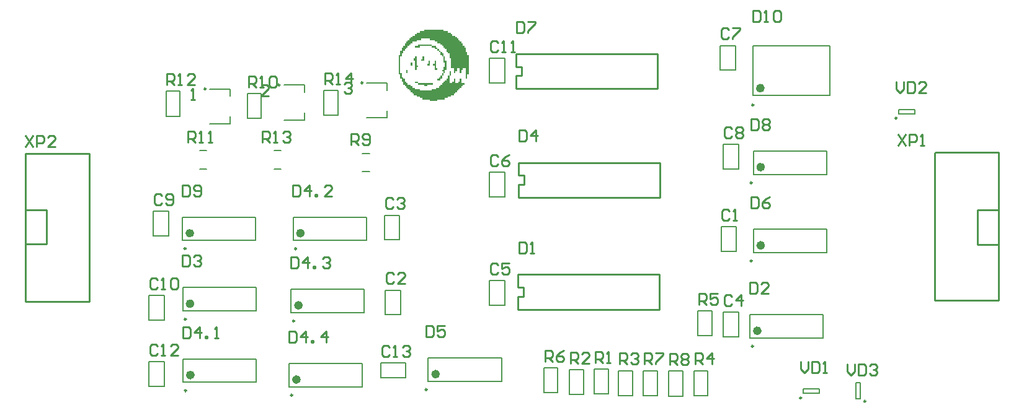
<source format=gbr>
%TF.GenerationSoftware,Altium Limited,Altium Designer,20.1.7 (139)*%
G04 Layer_Color=65535*
%FSLAX44Y44*%
%MOMM*%
%TF.SameCoordinates,E03824B4-CBBF-40F0-B96A-956E77447FB1*%
%TF.FilePolarity,Positive*%
%TF.FileFunction,Legend,Top*%
%TF.Part,Single*%
G01*
G75*
%TA.AperFunction,NonConductor*%
%ADD38C,0.2500*%
%ADD39C,0.6000*%
%ADD40C,0.2000*%
%ADD41C,0.2540*%
G36*
X901168Y1011744D02*
Y1009712D01*
Y1007680D01*
X897104D01*
Y1009712D01*
X899136D01*
Y1011744D01*
Y1013776D01*
X901168D01*
Y1011744D01*
D02*
G37*
G36*
X909296Y1005648D02*
Y1003616D01*
Y1001584D01*
X905232D01*
Y1003616D01*
X907264D01*
Y1005648D01*
Y1007680D01*
X909296D01*
Y1005648D01*
D02*
G37*
G36*
X884912Y1003616D02*
Y1001584D01*
X882880D01*
Y1003616D01*
Y1005648D01*
X884912D01*
Y1003616D01*
D02*
G37*
G36*
X917424Y1005648D02*
Y1003616D01*
Y1001584D01*
Y999552D01*
Y997520D01*
X919456D01*
Y995488D01*
X915392D01*
Y997520D01*
Y999552D01*
Y1001584D01*
X913360D01*
Y1003616D01*
X915392D01*
Y1005648D01*
Y1007680D01*
X917424D01*
Y1005648D01*
D02*
G37*
G36*
X891008Y1011744D02*
Y1009712D01*
Y1007680D01*
Y1005648D01*
Y1003616D01*
Y1001584D01*
X893040D01*
Y999552D01*
X891008D01*
Y997520D01*
Y995488D01*
X888976D01*
Y997520D01*
Y999552D01*
Y1001584D01*
Y1003616D01*
Y1005648D01*
Y1007680D01*
X886944D01*
Y1009712D01*
Y1011744D01*
X888976D01*
Y1013776D01*
X891008D01*
Y1011744D01*
D02*
G37*
G36*
X911328Y1028000D02*
X917424D01*
Y1025968D01*
X919456D01*
Y1023936D01*
X921488D01*
Y1021904D01*
X923520D01*
Y1019872D01*
X925552D01*
Y1017840D01*
X927584D01*
Y1015808D01*
Y1013776D01*
X929616D01*
Y1011744D01*
Y1009712D01*
Y1007680D01*
X931648D01*
Y1005648D01*
Y1003616D01*
Y1001584D01*
Y999552D01*
Y997520D01*
Y995488D01*
X929616D01*
Y993456D01*
Y991424D01*
X927584D01*
Y993456D01*
X925552D01*
Y995488D01*
X927584D01*
Y997520D01*
Y999552D01*
X929616D01*
Y1001584D01*
Y1003616D01*
Y1005648D01*
X927584D01*
Y1007680D01*
Y1009712D01*
Y1011744D01*
Y1013776D01*
X925552D01*
Y1015808D01*
X923520D01*
Y1017840D01*
Y1019872D01*
X921488D01*
Y1021904D01*
X919456D01*
Y1023936D01*
X915392D01*
Y1025968D01*
X911328D01*
Y1028000D01*
X895072D01*
Y1025968D01*
X888976D01*
Y1028000D01*
X893040D01*
Y1030032D01*
X911328D01*
Y1028000D01*
D02*
G37*
G36*
X878816Y993456D02*
Y991424D01*
X876784D01*
Y993456D01*
Y995488D01*
X878816D01*
Y993456D01*
D02*
G37*
G36*
X937744Y991424D02*
Y989392D01*
Y987360D01*
X935712D01*
Y989392D01*
Y991424D01*
Y993456D01*
X937744D01*
Y991424D01*
D02*
G37*
G36*
X927584Y989392D02*
Y987360D01*
X925552D01*
Y989392D01*
Y991424D01*
X927584D01*
Y989392D01*
D02*
G37*
G36*
Y1048320D02*
X933680D01*
Y1046288D01*
X937744D01*
Y1044256D01*
X939776D01*
Y1042224D01*
X943840D01*
Y1040192D01*
X945872D01*
Y1038160D01*
X947904D01*
Y1036128D01*
X949936D01*
Y1034096D01*
X951968D01*
Y1032064D01*
X954000D01*
Y1030032D01*
Y1028000D01*
X956032D01*
Y1025968D01*
X958064D01*
Y1023936D01*
Y1021904D01*
Y1019872D01*
X960096D01*
Y1017840D01*
Y1015808D01*
X962128D01*
Y1013776D01*
Y1011744D01*
Y1009712D01*
Y1007680D01*
Y1005648D01*
Y1003616D01*
Y1001584D01*
Y999552D01*
Y997520D01*
Y995488D01*
Y993456D01*
Y991424D01*
Y989392D01*
X960096D01*
Y987360D01*
Y985328D01*
Y983296D01*
X958064D01*
Y985328D01*
Y987360D01*
Y989392D01*
Y991424D01*
Y993456D01*
Y995488D01*
Y997520D01*
X954000D01*
Y995488D01*
X951968D01*
Y993456D01*
Y991424D01*
X949936D01*
Y993456D01*
Y995488D01*
Y997520D01*
X945872D01*
Y995488D01*
Y993456D01*
X943840D01*
Y991424D01*
X941808D01*
Y993456D01*
Y995488D01*
Y997520D01*
X937744D01*
Y999552D01*
Y1001584D01*
Y1003616D01*
Y1005648D01*
Y1007680D01*
Y1009712D01*
Y1011744D01*
X935712D01*
Y1013776D01*
Y1015808D01*
Y1017840D01*
X933680D01*
Y1019872D01*
X931648D01*
Y1021904D01*
Y1023936D01*
X929616D01*
Y1025968D01*
X927584D01*
Y1028000D01*
X925552D01*
Y1030032D01*
X923520D01*
Y1032064D01*
X919456D01*
Y1034096D01*
X915392D01*
Y1036128D01*
X909296D01*
Y1038160D01*
X897104D01*
Y1036128D01*
X891008D01*
Y1034096D01*
X884912D01*
Y1032064D01*
X882880D01*
Y1030032D01*
X880848D01*
Y1028000D01*
X878816D01*
Y1025968D01*
X876784D01*
Y1023936D01*
X874752D01*
Y1021904D01*
X872720D01*
Y1019872D01*
Y1017840D01*
X870688D01*
Y1015808D01*
Y1013776D01*
X868656D01*
Y1011744D01*
Y1009712D01*
Y1007680D01*
Y1005648D01*
Y1003616D01*
Y1001584D01*
Y999552D01*
Y997520D01*
Y995488D01*
Y993456D01*
Y991424D01*
X870688D01*
Y989392D01*
Y987360D01*
Y985328D01*
X872720D01*
Y983296D01*
X874752D01*
Y981264D01*
Y979232D01*
X876784D01*
Y977200D01*
X878816D01*
Y975168D01*
X882880D01*
Y973136D01*
X884912D01*
Y971104D01*
X888976D01*
Y969072D01*
X895072D01*
Y967040D01*
X911328D01*
Y969072D01*
X917424D01*
Y971104D01*
X921488D01*
Y973136D01*
X923520D01*
Y975168D01*
X925552D01*
Y977200D01*
X927584D01*
Y979232D01*
X929616D01*
Y981264D01*
X931648D01*
Y983296D01*
X933680D01*
Y985328D01*
Y987360D01*
X935712D01*
Y985328D01*
Y983296D01*
Y981264D01*
Y979232D01*
Y977200D01*
X939776D01*
Y979232D01*
X941808D01*
Y981264D01*
Y983296D01*
X943840D01*
Y981264D01*
Y979232D01*
Y977200D01*
X947904D01*
Y979232D01*
X949936D01*
Y981264D01*
Y983296D01*
X951968D01*
Y981264D01*
Y979232D01*
Y977200D01*
X956032D01*
Y975168D01*
X954000D01*
Y973136D01*
X951968D01*
Y971104D01*
X949936D01*
Y969072D01*
X947904D01*
Y967040D01*
X945872D01*
Y965008D01*
X943840D01*
Y962976D01*
X941808D01*
Y960944D01*
X937744D01*
Y958912D01*
X933680D01*
Y956880D01*
X929616D01*
Y954848D01*
X919456D01*
Y952816D01*
X909296D01*
Y954848D01*
X899136D01*
Y956880D01*
X895072D01*
Y958912D01*
X891008D01*
Y960944D01*
X886944D01*
Y962976D01*
X884912D01*
Y965008D01*
X882880D01*
Y967040D01*
X880848D01*
Y969072D01*
X878816D01*
Y971104D01*
X876784D01*
Y973136D01*
X874752D01*
Y975168D01*
X872720D01*
Y977200D01*
Y979232D01*
X870688D01*
Y981264D01*
Y983296D01*
X868656D01*
Y985328D01*
Y987360D01*
Y989392D01*
X866624D01*
Y991424D01*
Y993456D01*
Y995488D01*
Y997520D01*
Y999552D01*
Y1001584D01*
Y1003616D01*
Y1005648D01*
Y1007680D01*
Y1009712D01*
Y1011744D01*
Y1013776D01*
Y1015808D01*
X868656D01*
Y1017840D01*
Y1019872D01*
Y1021904D01*
X870688D01*
Y1023936D01*
Y1025968D01*
X872720D01*
Y1028000D01*
X874752D01*
Y1030032D01*
Y1032064D01*
X876784D01*
Y1034096D01*
X878816D01*
Y1036128D01*
X880848D01*
Y1038160D01*
X882880D01*
Y1040192D01*
X884912D01*
Y1042224D01*
X888976D01*
Y1044256D01*
X891008D01*
Y1046288D01*
X895072D01*
Y1048320D01*
X901168D01*
Y1050352D01*
X927584D01*
Y1048320D01*
D02*
G37*
G36*
X925552Y985328D02*
Y983296D01*
X923520D01*
Y981264D01*
X919456D01*
Y983296D01*
X921488D01*
Y985328D01*
X923520D01*
Y987360D01*
X925552D01*
Y985328D01*
D02*
G37*
G36*
X893040Y977200D02*
X913360D01*
Y975168D01*
X905232D01*
Y973136D01*
X901168D01*
Y975168D01*
X893040D01*
Y977200D01*
X888976D01*
Y979232D01*
X893040D01*
Y977200D01*
D02*
G37*
D38*
X817250Y977750D02*
G03*
X817250Y977750I-1250J0D01*
G01*
X1348800Y841250D02*
G03*
X1348800Y841250I-1250J0D01*
G01*
X1350500Y617500D02*
G03*
X1350500Y617500I-1250J0D01*
G01*
X724150Y652250D02*
G03*
X724150Y652250I-1250J0D01*
G01*
X721400Y550750D02*
G03*
X721400Y550750I-1250J0D01*
G01*
X1348800Y734250D02*
G03*
X1348800Y734250I-1250J0D01*
G01*
X575900Y751000D02*
G03*
X575900Y751000I-1250J0D01*
G01*
X1350900Y947600D02*
G03*
X1350900Y947600I-1250J0D01*
G01*
X603250Y969500D02*
G03*
X603250Y969500I-1250J0D01*
G01*
X704250Y975000D02*
G03*
X704250Y975000I-1250J0D01*
G01*
X1416250Y547000D02*
G03*
X1416250Y547000I-1250J0D01*
G01*
X576650Y557000D02*
G03*
X576650Y557000I-1250J0D01*
G01*
X576200Y654500D02*
G03*
X576200Y654500I-1250J0D01*
G01*
X905050Y558250D02*
G03*
X905050Y558250I-1250J0D01*
G01*
X1546500Y929500D02*
G03*
X1546500Y929500I-1250J0D01*
G01*
X726900Y751000D02*
G03*
X726900Y751000I-1250J0D01*
G01*
X1504000Y542250D02*
G03*
X1504000Y542250I-1250J0D01*
G01*
D39*
X1363500Y862500D02*
G03*
X1363500Y862500I-3000J0D01*
G01*
X1358850Y638750D02*
G03*
X1358850Y638750I-3000J0D01*
G01*
X732500Y673500D02*
G03*
X732500Y673500I-3000J0D01*
G01*
X729750Y572000D02*
G03*
X729750Y572000I-3000J0D01*
G01*
X1363500Y755500D02*
G03*
X1363500Y755500I-3000J0D01*
G01*
X584250Y772250D02*
G03*
X584250Y772250I-3000J0D01*
G01*
X1363000Y970500D02*
G03*
X1363000Y970500I-3000J0D01*
G01*
X585000Y578250D02*
G03*
X585000Y578250I-3000J0D01*
G01*
X584550Y675750D02*
G03*
X584550Y675750I-3000J0D01*
G01*
X919750Y579500D02*
G03*
X919750Y579500I-3000J0D01*
G01*
X735250Y772250D02*
G03*
X735250Y772250I-3000J0D01*
G01*
D40*
X822500Y977750D02*
X850500D01*
Y967750D02*
Y977750D01*
X822500Y929750D02*
X850500D01*
Y939750D01*
X1450500Y852500D02*
Y884500D01*
X1350500Y852500D02*
Y884500D01*
X1450500D01*
X1350500Y852500D02*
X1450500D01*
X842000Y574250D02*
Y595250D01*
X875500Y574250D02*
Y595250D01*
X842000Y574250D02*
X875500D01*
X842000Y595250D02*
X875500D01*
X1345850Y628750D02*
X1445850D01*
X1345850Y660750D02*
X1445850D01*
X1345850Y628750D02*
Y660750D01*
X1445850Y628750D02*
Y660750D01*
X719500Y663500D02*
X819500D01*
X719500Y695500D02*
X819500D01*
X719500Y663500D02*
Y695500D01*
X819500Y663500D02*
Y695500D01*
X716750Y562000D02*
X816750D01*
X716750Y594000D02*
X816750D01*
X716750Y562000D02*
Y594000D01*
X816750Y562000D02*
Y594000D01*
X1450500Y745500D02*
Y777500D01*
X1350500Y745500D02*
Y777500D01*
X1450500D01*
X1350500Y745500D02*
X1450500D01*
X671250Y762250D02*
Y794250D01*
X571250Y762250D02*
Y794250D01*
X671250D01*
X571250Y762250D02*
X671250D01*
X990500Y977750D02*
Y1011250D01*
X1011500Y977750D02*
Y1011250D01*
X990500D02*
X1011500D01*
X990500Y977750D02*
X1011500D01*
X1350000Y960500D02*
X1455000D01*
X1350000Y1028500D02*
X1455000D01*
X1350000Y960500D02*
Y1028500D01*
X1455000Y960500D02*
Y1028500D01*
X696000Y860250D02*
X706000D01*
X696000Y885250D02*
X706000D01*
X594500Y860250D02*
X604500D01*
X594500Y885250D02*
X604500D01*
X816750Y856250D02*
X826750D01*
X816750Y881250D02*
X826750D01*
X764250Y967500D02*
X783250D01*
X764250Y933500D02*
Y967500D01*
X783250Y933500D02*
Y967500D01*
X764250Y933500D02*
X783250D01*
X548750Y966250D02*
X567750D01*
X548750Y932250D02*
Y966250D01*
X567750Y932250D02*
Y966250D01*
X548750Y932250D02*
X567750D01*
X660000Y963500D02*
X679000D01*
X660000Y929500D02*
Y963500D01*
X679000Y929500D02*
Y963500D01*
X660000Y929500D02*
X679000D01*
X636500Y921500D02*
Y931500D01*
X608500Y921500D02*
X636500D01*
Y959500D02*
Y969500D01*
X608500D02*
X636500D01*
X737500Y927000D02*
Y937000D01*
X709500Y927000D02*
X737500D01*
Y965000D02*
Y975000D01*
X709500D02*
X737500D01*
X546750Y563000D02*
Y596500D01*
X525750Y563000D02*
Y596500D01*
Y563000D02*
X546750D01*
X525750Y596500D02*
X546750D01*
X1133500Y552500D02*
X1152500D01*
Y586500D01*
X1133500Y552500D02*
Y586500D01*
X1152500D01*
X1099500Y551750D02*
X1118500D01*
Y585750D01*
X1099500Y551750D02*
Y585750D01*
X1118500D01*
X1418500Y553000D02*
Y559000D01*
X1440500Y553000D02*
Y559000D01*
X1418500Y553000D02*
X1440500D01*
X1418500Y559000D02*
X1440500D01*
X1166500Y550250D02*
X1185500D01*
Y584250D01*
X1166500Y550250D02*
Y584250D01*
X1185500D01*
X1269500Y550250D02*
X1288500D01*
Y584250D01*
X1269500Y550250D02*
Y584250D01*
X1288500D01*
X1274750Y631750D02*
X1293750D01*
Y665750D01*
X1274750Y631750D02*
Y665750D01*
X1293750D01*
X1064500Y554000D02*
X1083500D01*
Y588000D01*
X1064500Y554000D02*
Y588000D01*
X1083500D01*
X1200500Y550250D02*
X1219500D01*
Y584250D01*
X1200500Y550250D02*
Y584250D01*
X1219500D01*
X1235250Y549500D02*
X1254250D01*
Y583500D01*
X1235250Y549500D02*
Y583500D01*
X1254250D01*
X672000Y568250D02*
Y600250D01*
X572000Y568250D02*
Y600250D01*
X672000D01*
X572000Y568250D02*
X672000D01*
X671550Y665750D02*
Y697750D01*
X571550Y665750D02*
Y697750D01*
X671550D01*
X571550Y665750D02*
X671550D01*
X1327500Y747500D02*
Y781000D01*
X1306500Y747500D02*
Y781000D01*
Y747500D02*
X1327500D01*
X1306500Y781000D02*
X1327500D01*
X906750Y569500D02*
X1006750D01*
X906750Y601500D02*
X1006750D01*
X906750Y569500D02*
Y601500D01*
X1006750Y569500D02*
Y601500D01*
X1548750Y935500D02*
Y941500D01*
X1570750Y935500D02*
Y941500D01*
X1548750Y935500D02*
X1570750D01*
X1548750Y941500D02*
X1570750D01*
X869250Y660750D02*
Y694250D01*
X848250Y660750D02*
Y694250D01*
Y660750D02*
X869250D01*
X848250Y694250D02*
X869250D01*
X822250Y762250D02*
Y794250D01*
X722250Y762250D02*
Y794250D01*
X822250D01*
X722250Y762250D02*
X822250D01*
X1490750Y545750D02*
X1496750D01*
X1490750Y567750D02*
X1496750D01*
Y545750D02*
Y567750D01*
X1490750Y545750D02*
Y567750D01*
X1330250Y630750D02*
Y664250D01*
X1309250Y630750D02*
Y664250D01*
Y630750D02*
X1330250D01*
X1309250Y664250D02*
X1330250D01*
X867750Y763250D02*
Y796750D01*
X846750Y763250D02*
Y796750D01*
Y763250D02*
X867750D01*
X846750Y796750D02*
X867750D01*
X1011500Y673750D02*
Y707250D01*
X990500Y673750D02*
Y707250D01*
Y673750D02*
X1011500D01*
X990500Y707250D02*
X1011500D01*
X1305000Y995250D02*
Y1028750D01*
X1326000Y995250D02*
Y1028750D01*
X1305000D02*
X1326000D01*
X1305000Y995250D02*
X1326000D01*
X1011500Y822000D02*
Y855500D01*
X990500Y822000D02*
Y855500D01*
Y822000D02*
X1011500D01*
X990500Y855500D02*
X1011500D01*
X552250Y768750D02*
Y802250D01*
X531250Y768750D02*
Y802250D01*
Y768750D02*
X552250D01*
X531250Y802250D02*
X552250D01*
X1330250Y860000D02*
Y893500D01*
X1309250Y860000D02*
Y893500D01*
Y860000D02*
X1330250D01*
X1309250Y893500D02*
X1330250D01*
X546750Y653500D02*
Y687000D01*
X525750Y653500D02*
Y687000D01*
Y653500D02*
X546750D01*
X525750Y687000D02*
X546750D01*
D41*
X1029660Y821050D02*
Y838550D01*
X1037160D01*
Y851050D01*
X1029660D02*
X1037160D01*
X1029660D02*
Y868750D01*
X1222700D01*
Y821050D02*
Y868750D01*
X1029660Y821050D02*
X1222700D01*
X356700Y804300D02*
X385700D01*
Y757300D02*
Y804300D01*
X356700Y757300D02*
X385700D01*
X444200Y678800D02*
Y880800D01*
X356700D02*
X444200D01*
X356700Y678300D02*
Y880800D01*
Y678300D02*
X443700D01*
X1029010Y668100D02*
X1222050D01*
Y715800D01*
X1029010D02*
X1222050D01*
X1029010Y698100D02*
Y715800D01*
Y698100D02*
X1036510D01*
Y685600D02*
Y698100D01*
X1029010Y685600D02*
X1036510D01*
X1029010Y668100D02*
Y685600D01*
X1656550Y756600D02*
X1685550D01*
X1656550D02*
Y803600D01*
X1685550D01*
X1598050Y680100D02*
Y882100D01*
Y680100D02*
X1685550D01*
Y882600D01*
X1598550D02*
X1685550D01*
X1026310Y969850D02*
X1219350D01*
Y1017550D01*
X1026310D02*
X1219350D01*
X1026310Y999850D02*
Y1017550D01*
Y999850D02*
X1033810D01*
Y987350D02*
Y999850D01*
X1026310Y987350D02*
X1033810D01*
X1026310Y969850D02*
Y987350D01*
X680212Y896620D02*
Y911855D01*
X687830D01*
X690369Y909316D01*
Y904238D01*
X687830Y901698D01*
X680212D01*
X685290D02*
X690369Y896620D01*
X695447D02*
X700525D01*
X697986D01*
Y911855D01*
X695447Y909316D01*
X708143D02*
X710682Y911855D01*
X715760D01*
X718300Y909316D01*
Y906777D01*
X715760Y904238D01*
X713221D01*
X715760D01*
X718300Y901698D01*
Y899159D01*
X715760Y896620D01*
X710682D01*
X708143Y899159D01*
X578866Y896620D02*
Y911855D01*
X586483D01*
X589023Y909316D01*
Y904238D01*
X586483Y901698D01*
X578866D01*
X583944D02*
X589023Y896620D01*
X594101D02*
X599179D01*
X596640D01*
Y911855D01*
X594101Y909316D01*
X606797Y896620D02*
X611875D01*
X609336D01*
Y911855D01*
X606797Y909316D01*
X801116Y892556D02*
Y907791D01*
X808734D01*
X811273Y905252D01*
Y900173D01*
X808734Y897634D01*
X801116D01*
X806194D02*
X811273Y892556D01*
X816351Y895095D02*
X818890Y892556D01*
X823969D01*
X826508Y895095D01*
Y905252D01*
X823969Y907791D01*
X818890D01*
X816351Y905252D01*
Y902713D01*
X818890Y900173D01*
X826508D01*
X356971Y905406D02*
X367128Y890171D01*
Y905406D02*
X356971Y890171D01*
X372206D02*
Y905406D01*
X379824D01*
X382363Y902867D01*
Y897788D01*
X379824Y895249D01*
X372206D01*
X397598Y890171D02*
X387441D01*
X397598Y900328D01*
Y902867D01*
X395059Y905406D01*
X389980D01*
X387441Y902867D01*
X1547808Y907655D02*
X1557965Y892420D01*
Y907655D02*
X1547808Y892420D01*
X1563043D02*
Y907655D01*
X1570661D01*
X1573200Y905116D01*
Y900038D01*
X1570661Y897498D01*
X1563043D01*
X1578278Y892420D02*
X1583356D01*
X1580817D01*
Y907655D01*
X1578278Y905116D01*
X1478718Y593407D02*
Y583250D01*
X1483796Y578172D01*
X1488875Y583250D01*
Y593407D01*
X1493953D02*
Y578172D01*
X1501571D01*
X1504110Y580711D01*
Y590868D01*
X1501571Y593407D01*
X1493953D01*
X1509188Y590868D02*
X1511727Y593407D01*
X1516806D01*
X1519345Y590868D01*
Y588329D01*
X1516806Y585790D01*
X1514267D01*
X1516806D01*
X1519345Y583250D01*
Y580711D01*
X1516806Y578172D01*
X1511727D01*
X1509188Y580711D01*
X1545226Y978901D02*
Y968744D01*
X1550304Y963666D01*
X1555383Y968744D01*
Y978901D01*
X1560461D02*
Y963666D01*
X1568079D01*
X1570618Y966205D01*
Y976362D01*
X1568079Y978901D01*
X1560461D01*
X1585853Y963666D02*
X1575696D01*
X1585853Y973823D01*
Y976362D01*
X1583314Y978901D01*
X1578235D01*
X1575696Y976362D01*
X1415062Y596371D02*
Y586214D01*
X1420140Y581136D01*
X1425219Y586214D01*
Y596371D01*
X1430297D02*
Y581136D01*
X1437915D01*
X1440454Y583675D01*
Y593832D01*
X1437915Y596371D01*
X1430297D01*
X1445532Y581136D02*
X1450611D01*
X1448071D01*
Y596371D01*
X1445532Y593832D01*
X765810Y976122D02*
Y991357D01*
X773428D01*
X775967Y988818D01*
Y983739D01*
X773428Y981200D01*
X765810D01*
X770888D02*
X775967Y976122D01*
X781045D02*
X786123D01*
X783584D01*
Y991357D01*
X781045Y988818D01*
X801358Y976122D02*
Y991357D01*
X793741Y983739D01*
X803898D01*
X550164Y974852D02*
Y990087D01*
X557781D01*
X560321Y987548D01*
Y982469D01*
X557781Y979930D01*
X550164D01*
X555242D02*
X560321Y974852D01*
X565399D02*
X570477D01*
X567938D01*
Y990087D01*
X565399Y987548D01*
X588252Y974852D02*
X578095D01*
X588252Y985009D01*
Y987548D01*
X585713Y990087D01*
X580634D01*
X578095Y987548D01*
X661416Y972058D02*
Y987293D01*
X669034D01*
X671573Y984754D01*
Y979676D01*
X669034Y977136D01*
X661416D01*
X666494D02*
X671573Y972058D01*
X676651D02*
X681729D01*
X679190D01*
Y987293D01*
X676651Y984754D01*
X689347D02*
X691886Y987293D01*
X696964D01*
X699504Y984754D01*
Y974597D01*
X696964Y972058D01*
X691886D01*
X689347Y974597D01*
Y984754D01*
X1236850Y592058D02*
Y607293D01*
X1244467D01*
X1247007Y604754D01*
Y599675D01*
X1244467Y597136D01*
X1236850D01*
X1241928D02*
X1247007Y592058D01*
X1252085Y604754D02*
X1254624Y607293D01*
X1259703D01*
X1262242Y604754D01*
Y602215D01*
X1259703Y599675D01*
X1262242Y597136D01*
Y594597D01*
X1259703Y592058D01*
X1254624D01*
X1252085Y594597D01*
Y597136D01*
X1254624Y599675D01*
X1252085Y602215D01*
Y604754D01*
X1254624Y599675D02*
X1259703D01*
X1202056Y592956D02*
Y608191D01*
X1209673D01*
X1212213Y605652D01*
Y600574D01*
X1209673Y598034D01*
X1202056D01*
X1207134D02*
X1212213Y592956D01*
X1217291Y608191D02*
X1227448D01*
Y605652D01*
X1217291Y595495D01*
Y592956D01*
X1066038Y596582D02*
Y611817D01*
X1073655D01*
X1076195Y609278D01*
Y604199D01*
X1073655Y601660D01*
X1066038D01*
X1071116D02*
X1076195Y596582D01*
X1091430Y611817D02*
X1086351Y609278D01*
X1081273Y604199D01*
Y599121D01*
X1083812Y596582D01*
X1088891D01*
X1091430Y599121D01*
Y601660D01*
X1088891Y604199D01*
X1081273D01*
X1276322Y674298D02*
Y689533D01*
X1283940D01*
X1286479Y686994D01*
Y681916D01*
X1283940Y679376D01*
X1276322D01*
X1281400D02*
X1286479Y674298D01*
X1301714Y689533D02*
X1291557D01*
Y681916D01*
X1296635Y684455D01*
X1299175D01*
X1301714Y681916D01*
Y676837D01*
X1299175Y674298D01*
X1294096D01*
X1291557Y676837D01*
X1271160Y592852D02*
Y608087D01*
X1278778D01*
X1281317Y605548D01*
Y600470D01*
X1278778Y597930D01*
X1271160D01*
X1276238D02*
X1281317Y592852D01*
X1294013D02*
Y608087D01*
X1286395Y600470D01*
X1296552D01*
X1167990Y592816D02*
Y608051D01*
X1175608D01*
X1178147Y605512D01*
Y600434D01*
X1175608Y597894D01*
X1167990D01*
X1173068D02*
X1178147Y592816D01*
X1183225Y605512D02*
X1185764Y608051D01*
X1190843D01*
X1193382Y605512D01*
Y602973D01*
X1190843Y600434D01*
X1188303D01*
X1190843D01*
X1193382Y597894D01*
Y595355D01*
X1190843Y592816D01*
X1185764D01*
X1183225Y595355D01*
X1101036Y594274D02*
Y609509D01*
X1108653D01*
X1111193Y606970D01*
Y601892D01*
X1108653Y599352D01*
X1101036D01*
X1106114D02*
X1111193Y594274D01*
X1126428D02*
X1116271D01*
X1126428Y604431D01*
Y606970D01*
X1123889Y609509D01*
X1118810D01*
X1116271Y606970D01*
X1135036Y595022D02*
Y610257D01*
X1142654D01*
X1145193Y607718D01*
Y602640D01*
X1142654Y600100D01*
X1135036D01*
X1140114D02*
X1145193Y595022D01*
X1150271D02*
X1155349D01*
X1152810D01*
Y610257D01*
X1150271Y607718D01*
X1349772Y1076421D02*
Y1061186D01*
X1357390D01*
X1359929Y1063725D01*
Y1073882D01*
X1357390Y1076421D01*
X1349772D01*
X1365007Y1061186D02*
X1370085D01*
X1367546D01*
Y1076421D01*
X1365007Y1073882D01*
X1377703D02*
X1380242Y1076421D01*
X1385320D01*
X1387860Y1073882D01*
Y1063725D01*
X1385320Y1061186D01*
X1380242D01*
X1377703Y1063725D01*
Y1073882D01*
X571064Y838257D02*
Y823022D01*
X578681D01*
X581221Y825561D01*
Y835718D01*
X578681Y838257D01*
X571064D01*
X586299Y825561D02*
X588838Y823022D01*
X593917D01*
X596456Y825561D01*
Y835718D01*
X593917Y838257D01*
X588838D01*
X586299Y835718D01*
Y833179D01*
X588838Y830639D01*
X596456D01*
X1347548Y928657D02*
Y913422D01*
X1355166D01*
X1357705Y915961D01*
Y926118D01*
X1355166Y928657D01*
X1347548D01*
X1362783Y926118D02*
X1365322Y928657D01*
X1370401D01*
X1372940Y926118D01*
Y923579D01*
X1370401Y921040D01*
X1372940Y918500D01*
Y915961D01*
X1370401Y913422D01*
X1365322D01*
X1362783Y915961D01*
Y918500D01*
X1365322Y921040D01*
X1362783Y923579D01*
Y926118D01*
X1365322Y921040D02*
X1370401D01*
X1027588Y1061747D02*
Y1046512D01*
X1035206D01*
X1037745Y1049051D01*
Y1059208D01*
X1035206Y1061747D01*
X1027588D01*
X1042823D02*
X1052980D01*
Y1059208D01*
X1042823Y1049051D01*
Y1046512D01*
X1347686Y821489D02*
Y806254D01*
X1355303D01*
X1357843Y808793D01*
Y818950D01*
X1355303Y821489D01*
X1347686D01*
X1373078D02*
X1367999Y818950D01*
X1362921Y813872D01*
Y808793D01*
X1365460Y806254D01*
X1370539D01*
X1373078Y808793D01*
Y811332D01*
X1370539Y813872D01*
X1362921D01*
X903866Y645545D02*
Y630310D01*
X911484D01*
X914023Y632849D01*
Y643006D01*
X911484Y645545D01*
X903866D01*
X929258D02*
X919101D01*
Y637928D01*
X924179Y640467D01*
X926719D01*
X929258Y637928D01*
Y632849D01*
X926719Y630310D01*
X921640D01*
X919101Y632849D01*
X1031026Y912847D02*
Y897612D01*
X1038644D01*
X1041183Y900151D01*
Y910308D01*
X1038644Y912847D01*
X1031026D01*
X1053879Y897612D02*
Y912847D01*
X1046261Y905229D01*
X1056418D01*
X716662Y638209D02*
Y622974D01*
X724279D01*
X726819Y625513D01*
Y635670D01*
X724279Y638209D01*
X716662D01*
X739515Y622974D02*
Y638209D01*
X731897Y630592D01*
X742054D01*
X747132Y622974D02*
Y625513D01*
X749671D01*
Y622974D01*
X747132D01*
X767446D02*
Y638209D01*
X759828Y630592D01*
X769985D01*
X719186Y739575D02*
Y724340D01*
X726804D01*
X729343Y726879D01*
Y737036D01*
X726804Y739575D01*
X719186D01*
X742039Y724340D02*
Y739575D01*
X734421Y731957D01*
X744578D01*
X749656Y724340D02*
Y726879D01*
X752195D01*
Y724340D01*
X749656D01*
X762352Y737036D02*
X764891Y739575D01*
X769970D01*
X772509Y737036D01*
Y734497D01*
X769970Y731957D01*
X767430D01*
X769970D01*
X772509Y729418D01*
Y726879D01*
X769970Y724340D01*
X764891D01*
X762352Y726879D01*
X722148Y838249D02*
Y823014D01*
X729765D01*
X732305Y825553D01*
Y835710D01*
X729765Y838249D01*
X722148D01*
X745001Y823014D02*
Y838249D01*
X737383Y830631D01*
X747540D01*
X752618Y823014D02*
Y825553D01*
X755157D01*
Y823014D01*
X752618D01*
X775471D02*
X765314D01*
X775471Y833171D01*
Y835710D01*
X772932Y838249D01*
X767853D01*
X765314Y835710D01*
X571878Y644329D02*
Y629094D01*
X579496D01*
X582035Y631633D01*
Y641790D01*
X579496Y644329D01*
X571878D01*
X594731Y629094D02*
Y644329D01*
X587113Y636712D01*
X597270D01*
X602348Y629094D02*
Y631633D01*
X604887D01*
Y629094D01*
X602348D01*
X615044D02*
X620122D01*
X617583D01*
Y644329D01*
X615044Y641790D01*
X571380Y741815D02*
Y726580D01*
X578997D01*
X581537Y729119D01*
Y739276D01*
X578997Y741815D01*
X571380D01*
X586615Y739276D02*
X589154Y741815D01*
X594233D01*
X596772Y739276D01*
Y736737D01*
X594233Y734198D01*
X591693D01*
X594233D01*
X596772Y731658D01*
Y729119D01*
X594233Y726580D01*
X589154D01*
X586615Y729119D01*
X1345602Y704903D02*
Y689668D01*
X1353219D01*
X1355759Y692207D01*
Y702364D01*
X1353219Y704903D01*
X1345602D01*
X1370994Y689668D02*
X1360837D01*
X1370994Y699825D01*
Y702364D01*
X1368455Y704903D01*
X1363376D01*
X1360837Y702364D01*
X1030400Y759927D02*
Y744692D01*
X1038018D01*
X1040557Y747231D01*
Y757388D01*
X1038018Y759927D01*
X1030400D01*
X1045635Y744692D02*
X1050713D01*
X1048174D01*
Y759927D01*
X1045635Y757388D01*
X853691Y616454D02*
X851152Y618993D01*
X846073D01*
X843534Y616454D01*
Y606297D01*
X846073Y603758D01*
X851152D01*
X853691Y606297D01*
X858769Y603758D02*
X863847D01*
X861308D01*
Y618993D01*
X858769Y616454D01*
X871465D02*
X874004Y618993D01*
X879082D01*
X881622Y616454D01*
Y613915D01*
X879082Y611376D01*
X876543D01*
X879082D01*
X881622Y608836D01*
Y606297D01*
X879082Y603758D01*
X874004D01*
X871465Y606297D01*
X537403Y617868D02*
X534864Y620407D01*
X529785D01*
X527246Y617868D01*
Y607711D01*
X529785Y605172D01*
X534864D01*
X537403Y607711D01*
X542481Y605172D02*
X547559D01*
X545020D01*
Y620407D01*
X542481Y617868D01*
X565334Y605172D02*
X555177D01*
X565334Y615329D01*
Y617868D01*
X562794Y620407D01*
X557716D01*
X555177Y617868D01*
X1002301Y1032456D02*
X999762Y1034995D01*
X994683D01*
X992144Y1032456D01*
Y1022299D01*
X994683Y1019760D01*
X999762D01*
X1002301Y1022299D01*
X1007379Y1019760D02*
X1012458D01*
X1009918D01*
Y1034995D01*
X1007379Y1032456D01*
X1020075Y1019760D02*
X1025153D01*
X1022614D01*
Y1034995D01*
X1020075Y1032456D01*
X537523Y708426D02*
X534983Y710965D01*
X529905D01*
X527366Y708426D01*
Y698269D01*
X529905Y695730D01*
X534983D01*
X537523Y698269D01*
X542601Y695730D02*
X547679D01*
X545140D01*
Y710965D01*
X542601Y708426D01*
X555297D02*
X557836Y710965D01*
X562915D01*
X565454Y708426D01*
Y698269D01*
X562915Y695730D01*
X557836D01*
X555297Y698269D01*
Y708426D01*
X542911Y823466D02*
X540372Y826005D01*
X535293D01*
X532754Y823466D01*
Y813309D01*
X535293Y810770D01*
X540372D01*
X542911Y813309D01*
X547989D02*
X550528Y810770D01*
X555607D01*
X558146Y813309D01*
Y823466D01*
X555607Y826005D01*
X550528D01*
X547989Y823466D01*
Y820927D01*
X550528Y818388D01*
X558146D01*
X1320899Y914752D02*
X1318360Y917291D01*
X1313281D01*
X1310742Y914752D01*
Y904595D01*
X1313281Y902056D01*
X1318360D01*
X1320899Y904595D01*
X1325977Y914752D02*
X1328516Y917291D01*
X1333595D01*
X1336134Y914752D01*
Y912213D01*
X1333595Y909673D01*
X1336134Y907134D01*
Y904595D01*
X1333595Y902056D01*
X1328516D01*
X1325977Y904595D01*
Y907134D01*
X1328516Y909673D01*
X1325977Y912213D01*
Y914752D01*
X1328516Y909673D02*
X1333595D01*
X1316705Y1050110D02*
X1314165Y1052649D01*
X1309087D01*
X1306548Y1050110D01*
Y1039953D01*
X1309087Y1037414D01*
X1314165D01*
X1316705Y1039953D01*
X1321783Y1052649D02*
X1331940D01*
Y1050110D01*
X1321783Y1039953D01*
Y1037414D01*
X1002237Y876852D02*
X999698Y879391D01*
X994619D01*
X992080Y876852D01*
Y866695D01*
X994619Y864156D01*
X999698D01*
X1002237Y866695D01*
X1017472Y879391D02*
X1012393Y876852D01*
X1007315Y871774D01*
Y866695D01*
X1009854Y864156D01*
X1014933D01*
X1017472Y866695D01*
Y869235D01*
X1014933Y871774D01*
X1007315D01*
X1002131Y728468D02*
X999592Y731007D01*
X994513D01*
X991974Y728468D01*
Y718311D01*
X994513Y715772D01*
X999592D01*
X1002131Y718311D01*
X1017366Y731007D02*
X1007209D01*
Y723390D01*
X1012288Y725929D01*
X1014827D01*
X1017366Y723390D01*
Y718311D01*
X1014827Y715772D01*
X1009748D01*
X1007209Y718311D01*
X1320935Y685642D02*
X1318396Y688181D01*
X1313317D01*
X1310778Y685642D01*
Y675485D01*
X1313317Y672946D01*
X1318396D01*
X1320935Y675485D01*
X1333631Y672946D02*
Y688181D01*
X1326013Y680564D01*
X1336170D01*
X858537Y818100D02*
X855997Y820639D01*
X850919D01*
X848380Y818100D01*
Y807943D01*
X850919Y805404D01*
X855997D01*
X858537Y807943D01*
X863615Y818100D02*
X866154Y820639D01*
X871233D01*
X873772Y818100D01*
Y815561D01*
X871233Y813021D01*
X868693D01*
X871233D01*
X873772Y810482D01*
Y807943D01*
X871233Y805404D01*
X866154D01*
X863615Y807943D01*
X860013Y715680D02*
X857474Y718219D01*
X852395D01*
X849856Y715680D01*
Y705523D01*
X852395Y702984D01*
X857474D01*
X860013Y705523D01*
X875248Y702984D02*
X865091D01*
X875248Y713141D01*
Y715680D01*
X872709Y718219D01*
X867630D01*
X865091Y715680D01*
X1318113Y802396D02*
X1315573Y804935D01*
X1310495D01*
X1307956Y802396D01*
Y792239D01*
X1310495Y789700D01*
X1315573D01*
X1318113Y792239D01*
X1323191Y789700D02*
X1328269D01*
X1325730D01*
Y804935D01*
X1323191Y802396D01*
X791996Y975478D02*
X794535Y978017D01*
X799613D01*
X802153Y975478D01*
Y972939D01*
X799613Y970400D01*
X797074D01*
X799613D01*
X802153Y967860D01*
Y965321D01*
X799613Y962782D01*
X794535D01*
X791996Y965321D01*
X689141Y959944D02*
X678984D01*
X689141Y970101D01*
Y972640D01*
X686601Y975179D01*
X681523D01*
X678984Y972640D01*
X583114Y954410D02*
X588192D01*
X585653D01*
Y969645D01*
X583114Y967106D01*
%TF.MD5,059f93b83d93566f4d46aa1166132186*%
M02*

</source>
